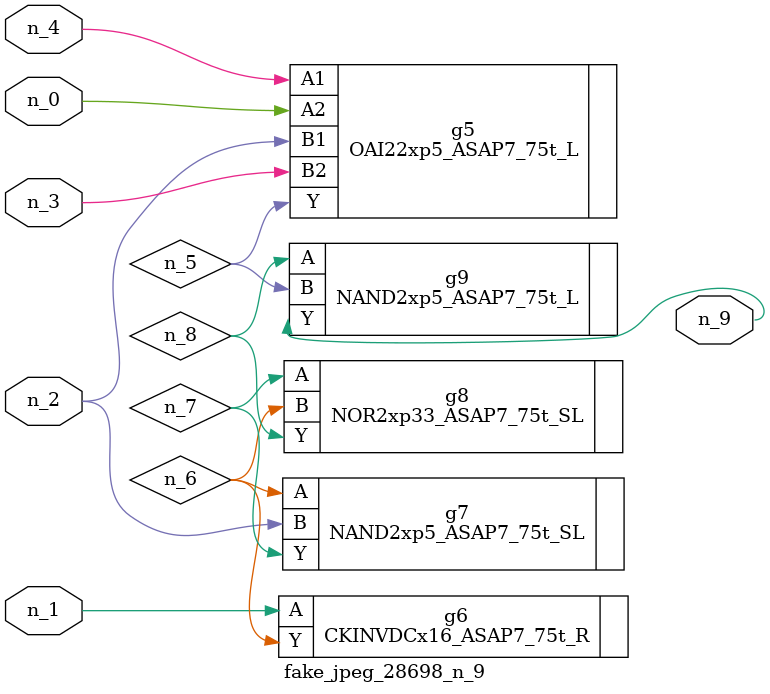
<source format=v>
module fake_jpeg_28698_n_9 (n_3, n_2, n_1, n_0, n_4, n_9);

input n_3;
input n_2;
input n_1;
input n_0;
input n_4;

output n_9;

wire n_8;
wire n_6;
wire n_5;
wire n_7;

OAI22xp5_ASAP7_75t_L g5 ( 
.A1(n_4),
.A2(n_0),
.B1(n_2),
.B2(n_3),
.Y(n_5)
);

CKINVDCx16_ASAP7_75t_R g6 ( 
.A(n_1),
.Y(n_6)
);

NAND2xp5_ASAP7_75t_SL g7 ( 
.A(n_6),
.B(n_2),
.Y(n_7)
);

NOR2xp33_ASAP7_75t_SL g8 ( 
.A(n_7),
.B(n_6),
.Y(n_8)
);

NAND2xp5_ASAP7_75t_L g9 ( 
.A(n_8),
.B(n_5),
.Y(n_9)
);


endmodule
</source>
